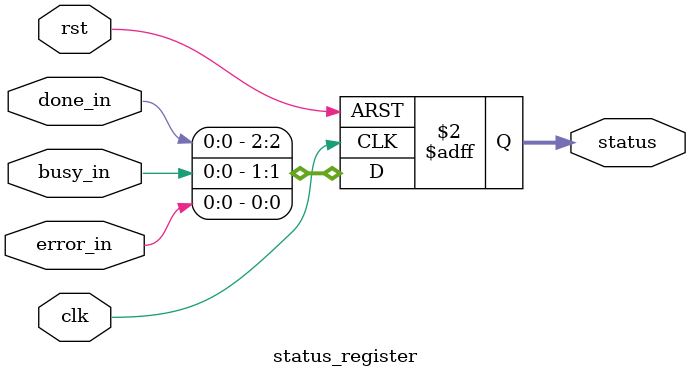
<source format=v>
`timescale 1ns / 1ps


module status_register (
    input wire clk,
    input wire rst,
    input wire error_in,
    input wire busy_in,
    input wire done_in,
    output reg [2:0] status
);

    // Status bits definition
    // status[0] = error
    // status[1] = busy
    // status[2] = done

    always @(posedge clk or posedge rst) begin
        if (rst) begin
            status <= 3'b000;
        end
        else begin
            status[0] <= error_in;
            status[1] <= busy_in;
            status[2] <= done_in;
        end
    end

endmodule

</source>
